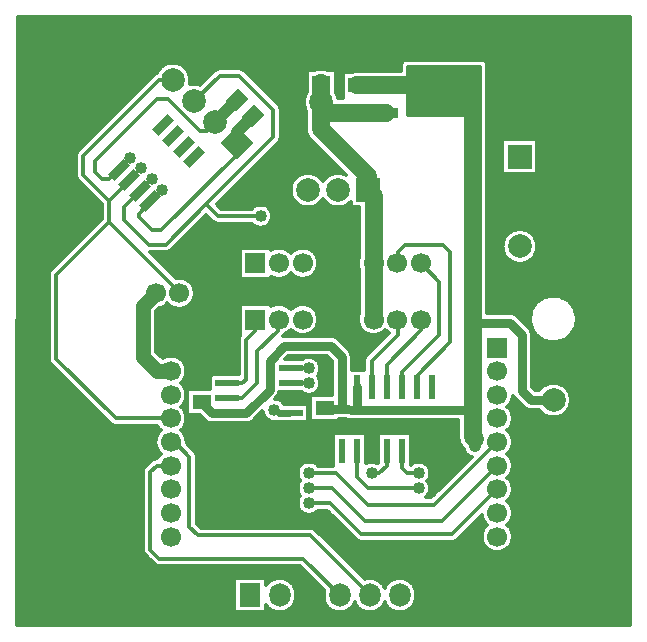
<source format=gbr>
G04 DipTrace 3.2.0.1*
G04 Top.gbr*
%MOIN*%
G04 #@! TF.FileFunction,Copper,L1,Top*
G04 #@! TF.Part,Single*
%AMOUTLINE0*
4,1,4,
-0.038974,-0.002784,
0.002784,0.038974,
0.038974,0.002784,
-0.002784,-0.038974,
-0.038974,-0.002784,
0*%
%AMOUTLINE3*
4,1,4,
0.013917,0.036191,
0.03619,0.013922,
-0.013917,-0.036191,
-0.03619,-0.013922,
0.013917,0.036191,
0*%
%AMOUTLINE6*
4,1,4,
0.000644,0.055674,
0.055674,-0.000644,
-0.000644,-0.055674,
-0.055674,0.000644,
0.000644,0.055674,
0*%
%AMOUTLINE9*
4,1,4,
-0.033465,0.033465,
0.033465,0.033465,
0.033465,-0.033465,
-0.033465,-0.033465,
-0.033465,0.033465,
0*%
G04 #@! TA.AperFunction,Conductor*
%ADD13C,0.012992*%
%ADD15C,0.06*%
%ADD16C,0.03*%
G04 #@! TA.AperFunction,ViaPad*
%ADD17C,0.04*%
G04 #@! TA.AperFunction,Conductor*
%ADD18C,0.05*%
G04 #@! TA.AperFunction,CopperBalancing*
%ADD19C,0.012008*%
%ADD20C,0.012*%
%ADD23R,0.059055X0.051181*%
G04 #@! TA.AperFunction,ComponentPad*
%ADD24R,0.07874X0.07874*%
%ADD25C,0.07874*%
%ADD29R,0.066929X0.066929*%
%ADD30C,0.066929*%
%ADD31R,0.070866X0.07874*%
%ADD32O,0.070866X0.07874*%
%ADD33C,0.07874*%
%ADD36R,0.07874X0.023622*%
%ADD37R,0.023622X0.07874*%
%ADD40R,0.084646X0.037402*%
%ADD41R,0.084646X0.127953*%
%ADD86OUTLINE0*%
%ADD89OUTLINE3*%
G04 #@! TA.AperFunction,ComponentPad*
%ADD92OUTLINE6*%
%ADD95OUTLINE9*%
%FSLAX26Y26*%
G04*
G70*
G90*
G75*
G01*
G04 Top*
%LPD*%
X1093816Y122822D2*
D13*
X972065Y244573D1*
X492565D1*
X462565Y274573D1*
Y532573D1*
X484114Y554121D1*
X531316D1*
X1250065Y816671D2*
Y891573D1*
X1363746Y1005254D1*
Y1041573D1*
X1300065Y816671D2*
Y866573D1*
X1425065Y991573D1*
Y1167754D1*
X1363746Y1229073D1*
X1200065Y816671D2*
Y904073D1*
X1287565Y991573D1*
Y1041573D1*
X1285006D1*
X1350065Y816671D2*
Y854073D1*
X1462565Y966573D1*
Y1266573D1*
X1437565Y1291573D1*
X1312565D1*
X1287565Y1266573D1*
Y1226513D1*
X1285006Y1229073D1*
X718716Y829073D2*
X768816D1*
X781316Y841573D1*
Y972823D1*
X812565Y1004073D1*
Y1041573D1*
X718716Y779073D2*
X768065D1*
X818565Y829573D1*
Y935071D1*
X887565Y1004071D1*
Y1037832D1*
X891305Y1041573D1*
X1400065Y604073D2*
X1350065D1*
Y660323D1*
X1331316Y679073D1*
X1292918D1*
X1218816D1*
X1211450Y671706D1*
X1200065Y660322D1*
Y604073D1*
X633565Y841573D2*
X637565D1*
D16*
X675065Y879073D1*
X718716D1*
X1152565Y1896573D2*
D15*
X1231565D1*
D13*
X1247565Y1912573D1*
X356315Y1541572D2*
X323245Y1508502D1*
X302329D1*
X277565Y1533265D1*
Y1568573D1*
X484565Y1775573D1*
X522315D1*
X627315Y1670573D1*
X650128D1*
X679060Y1699504D1*
X1031316Y1966573D2*
D15*
X1082565D1*
X1152565Y1896573D1*
X679060Y1699504D2*
D17*
X751147Y1772282D1*
X1043565Y671573D2*
D13*
X1004342D1*
X944565D1*
Y379073D1*
D16*
X1037565D1*
X1162565Y254073D1*
X1641065D1*
X1687565Y300573D1*
Y622573D1*
X1734353Y669360D1*
X1802853D1*
D13*
X1806315Y672822D1*
X1048786Y1041573D2*
D3*
D15*
Y1129073D1*
Y1229073D1*
D13*
D3*
Y1041573D2*
D15*
X1127526D1*
Y1229073D1*
X1048786D1*
X1250065Y679073D2*
D13*
X1292918D1*
X1250065D2*
X1204084D1*
X1211450Y671706D1*
X931315Y779073D2*
X968766D1*
X991305Y756533D1*
Y684609D1*
X1004342Y671573D1*
X944565D2*
X931565Y684573D1*
X607565D1*
X580565Y711573D1*
Y826108D1*
X597605Y843147D1*
X631991D1*
X633565Y841573D1*
X580565Y826108D2*
Y942864D1*
X573983Y949447D1*
X532941D1*
X531316Y947822D1*
X395565Y1580573D2*
X395316D1*
X356315Y1541572D1*
X1043565Y671573D2*
Y679073D1*
X1250065D1*
X1048786Y1229073D2*
D15*
Y1273352D1*
X887565Y1434573D1*
Y1472822D1*
Y1564573D1*
X947565Y1624573D1*
Y1936573D1*
X978565Y1967573D1*
X1030316D1*
D13*
X1031316Y1966573D1*
D15*
Y1905625D1*
D13*
X1032565Y1904376D1*
X718716Y879073D2*
Y1097723D1*
X750065Y1129073D1*
X1048786D1*
X637565D2*
X750065D1*
X1247565Y1731470D2*
D15*
X1031316D1*
D13*
Y1766573D1*
X1032565Y1829573D2*
D15*
Y1766573D1*
D13*
X1031316D1*
X1206266Y1041573D2*
D15*
Y1229073D1*
Y1454121D1*
X1187565Y1472822D1*
Y1519573D1*
X1029565Y1677573D1*
Y1764822D1*
D13*
X1031316Y1766573D1*
X1193816Y122822D2*
Y124889D1*
X996132Y322573D1*
X620565D1*
X592565Y350573D1*
Y583573D1*
X543277Y632861D1*
X531316D1*
X1356316Y529073D2*
X1318816D1*
X1300065Y547823D1*
Y604073D1*
X1043565Y746376D2*
Y742573D1*
D16*
X1100065D1*
Y816671D1*
X718716Y729073D2*
X781316D1*
X859565Y807322D1*
Y904573D1*
X908565Y953573D1*
X1063565D1*
X1100065Y917073D1*
Y816671D1*
X633565Y766769D2*
D13*
Y764322D1*
D16*
X668815Y729073D1*
X718716D1*
X1152565Y1821769D2*
D15*
X1247313D1*
D13*
X1247565Y1822021D1*
X462388Y1435513D2*
X465560D1*
X424376Y1394328D1*
Y1382517D1*
X467683Y1339210D1*
X499180D1*
X747211Y1587242D1*
Y1629058D1*
X750066D1*
X1247565Y1822021D2*
D15*
X1378565D1*
Y1747573D1*
X1346565D1*
X750066Y1629058D2*
D17*
Y1665413D1*
X804041Y1719388D1*
X480085Y1129073D2*
D18*
X437565Y1086553D1*
Y916573D1*
X485056Y869082D1*
X531316D1*
X501565Y1474573D2*
D13*
X462388Y1435513D1*
X1405565Y1747573D2*
D15*
X1346565D1*
X1544565Y671573D2*
D17*
Y641908D1*
Y619573D1*
X1378565Y1822021D2*
D15*
X1475912D1*
X1537565D1*
Y1029073D1*
Y741573D1*
Y648908D1*
X1544565Y641908D1*
X1806315Y772822D2*
D16*
X1731316D1*
X1700065Y804073D1*
Y991573D1*
X1662565Y1029073D1*
X1537565D1*
X1150065Y816671D2*
Y741573D1*
X1537565D1*
X1100065Y742573D2*
X1150065Y741573D1*
X1200065Y529073D2*
D13*
X1225065D1*
X1250065Y554073D1*
Y604073D1*
X990565Y878573D2*
X931815D1*
X931315Y879073D1*
X391673Y1506219D2*
X395962D1*
X325441Y1435697D1*
X239337Y1521801D1*
Y1587242D1*
X491305Y1839210D1*
X543816D1*
Y1847135D1*
X537050Y1840369D1*
X430565Y1545573D2*
Y1545111D1*
X391673Y1506219D1*
X558825Y1129073D2*
X562565D1*
X325441Y1366197D1*
Y1435697D1*
X531316Y711601D2*
X346536D1*
X148565Y909573D1*
Y1189322D1*
X325441Y1366197D1*
X874565Y739573D2*
X889565Y724573D1*
X926815D1*
X931315Y729073D1*
X990565Y829573D2*
X931815D1*
X931315Y829073D1*
X1356315Y479073D2*
X1188065D1*
X1150065Y517073D1*
Y604073D1*
X427031Y1470866D2*
X429360D1*
X374565Y1416071D1*
Y1374573D1*
X457565Y1291573D1*
X514565D1*
X648120Y1425128D1*
X871565Y1648573D1*
Y1740573D1*
X758565Y1853573D1*
X693316D1*
X618816Y1779073D1*
X617206D1*
X608066Y1769933D1*
X466565Y1509573D2*
X465737D1*
X427031Y1470866D1*
X829888Y1386454D2*
X686794D1*
X648120Y1425128D1*
X991565Y529573D2*
X1080816D1*
X1186816Y423573D1*
X1409526D1*
X1618815Y632861D1*
X991565Y479573D2*
X1068315D1*
X1177315Y370573D1*
X1435266D1*
X1618815Y554121D1*
X991565Y429573D2*
X1062064D1*
X1166064Y325573D1*
X1469006D1*
X1618815Y475381D1*
D17*
X990565Y878573D3*
Y829573D3*
X874565Y739573D3*
X1356316Y529073D3*
X1250065Y679073D3*
X991565Y529573D3*
Y479573D3*
X1346565Y1747573D3*
X1544565Y619573D3*
Y671573D3*
X1356315Y479073D3*
X1200065Y529073D3*
X991565Y429573D3*
X395565Y1580573D3*
X430565Y1545573D3*
X466565Y1509573D3*
X501565Y1474573D3*
X1405565Y1747573D3*
X829888Y1386454D3*
X23745Y2037692D2*
D19*
X2059352D1*
X23722Y2025815D2*
X2059352D1*
X23698Y2013939D2*
X2059352D1*
X23675Y2002062D2*
X2059352D1*
X23652Y1990185D2*
X2059352D1*
X23628Y1978309D2*
X2059352D1*
X23605Y1966432D2*
X2059352D1*
X23581Y1954555D2*
X2059352D1*
X23558Y1942679D2*
X2059352D1*
X23534Y1930802D2*
X2059352D1*
X23511Y1918926D2*
X2059352D1*
X23487Y1907049D2*
X1313597D1*
X1569525D2*
X2059352D1*
X23464Y1895172D2*
X517278D1*
X556806D2*
X1297087D1*
X1586035D2*
X2059352D1*
X23440Y1883296D2*
X497062D1*
X577046D2*
X1295914D1*
X1587255D2*
X2059352D1*
X23417Y1871419D2*
X487024D1*
X587083D2*
X674624D1*
X777263D2*
X983334D1*
X1081775D2*
X1295961D1*
X1587255D2*
X2059352D1*
X23394Y1859542D2*
X475579D1*
X592853D2*
X662757D1*
X789130D2*
X983334D1*
X1081775D2*
X1103342D1*
X1587255D2*
X2059352D1*
X23370Y1847666D2*
X463219D1*
X595644D2*
X650866D1*
X801021D2*
X983334D1*
X1081775D2*
X1103342D1*
X1587255D2*
X2059352D1*
X23347Y1835789D2*
X451352D1*
X595925D2*
X638999D1*
X812888D2*
X983264D1*
X1081869D2*
X1103342D1*
X1587255D2*
X2059352D1*
X23323Y1823912D2*
X439462D1*
X824755D2*
X982865D1*
X1082268D2*
X1102920D1*
X1587255D2*
X2059352D1*
X23300Y1812036D2*
X427595D1*
X836646D2*
X982865D1*
X1082268D2*
X1103342D1*
X1587255D2*
X2059352D1*
X23276Y1800159D2*
X415704D1*
X848513D2*
X982865D1*
X1082268D2*
X1103342D1*
X1587255D2*
X2059352D1*
X23253Y1788283D2*
X403837D1*
X860403D2*
X976486D1*
X1086161D2*
X1103342D1*
X1587255D2*
X2059352D1*
X23229Y1776406D2*
X391970D1*
X872270D2*
X973085D1*
X1587255D2*
X2059352D1*
X23206Y1764529D2*
X380079D1*
X884138D2*
X972288D1*
X1587255D2*
X2059352D1*
X23182Y1752653D2*
X368212D1*
X894645D2*
X973953D1*
X1587255D2*
X2059352D1*
X23159Y1740776D2*
X356321D1*
X897764D2*
X978315D1*
X1587255D2*
X2059352D1*
X23136Y1728899D2*
X344454D1*
X897764D2*
X979863D1*
X1587255D2*
X2059352D1*
X23112Y1717023D2*
X332587D1*
X897764D2*
X979863D1*
X1587255D2*
X2059352D1*
X23089Y1705146D2*
X320696D1*
X897764D2*
X979863D1*
X1587255D2*
X2059352D1*
X23065Y1693269D2*
X308829D1*
X897764D2*
X979863D1*
X1587255D2*
X2059352D1*
X23042Y1681393D2*
X296939D1*
X897764D2*
X979863D1*
X1587255D2*
X2059352D1*
X23018Y1669516D2*
X285071D1*
X897764D2*
X980543D1*
X1587255D2*
X2059352D1*
X22995Y1657639D2*
X273204D1*
X897764D2*
X984155D1*
X1587255D2*
X2059352D1*
X22971Y1645763D2*
X261314D1*
X897600D2*
X991754D1*
X1587255D2*
X2059352D1*
X22948Y1633886D2*
X249446D1*
X892979D2*
X1003480D1*
X1587255D2*
X1634996D1*
X1753114D2*
X2059352D1*
X22924Y1622010D2*
X237556D1*
X881534D2*
X1015347D1*
X1587255D2*
X1634996D1*
X1753114D2*
X2059352D1*
X22901Y1610133D2*
X225689D1*
X869667D2*
X1027214D1*
X1587255D2*
X1634996D1*
X1753114D2*
X2059352D1*
X22878Y1598256D2*
X215698D1*
X857800D2*
X1039105D1*
X1587255D2*
X1634996D1*
X1753114D2*
X2059352D1*
X22854Y1586380D2*
X213141D1*
X845909D2*
X1050972D1*
X1587255D2*
X1634996D1*
X1753114D2*
X2059352D1*
X22831Y1574503D2*
X213141D1*
X834042D2*
X1062863D1*
X1587255D2*
X1634996D1*
X1753114D2*
X2059352D1*
X22807Y1562626D2*
X213141D1*
X822152D2*
X1074730D1*
X1587255D2*
X1634996D1*
X1753114D2*
X2059352D1*
X22784Y1550750D2*
X213141D1*
X810285D2*
X1086620D1*
X1587255D2*
X1634996D1*
X1753114D2*
X2059352D1*
X22760Y1538873D2*
X213141D1*
X798394D2*
X1098488D1*
X1587255D2*
X1634996D1*
X1753114D2*
X2059352D1*
X22737Y1526996D2*
X213141D1*
X786527D2*
X966049D1*
X1009095D2*
X1066029D1*
X1587255D2*
X1634996D1*
X1753114D2*
X2059352D1*
X22713Y1515120D2*
X214056D1*
X774660D2*
X946888D1*
X1028256D2*
X1046891D1*
X1587255D2*
X2059352D1*
X22690Y1503243D2*
X221350D1*
X762769D2*
X937155D1*
X1587255D2*
X2059352D1*
X22666Y1491367D2*
X233241D1*
X750902D2*
X931550D1*
X1587255D2*
X2059352D1*
X22643Y1479490D2*
X245108D1*
X739011D2*
X928876D1*
X1587255D2*
X2059352D1*
X22620Y1467613D2*
X256975D1*
X727144D2*
X928736D1*
X1587255D2*
X2059352D1*
X22596Y1455737D2*
X268865D1*
X715277D2*
X931081D1*
X1587255D2*
X2059352D1*
X22573Y1443860D2*
X280733D1*
X703386D2*
X936264D1*
X1587255D2*
X2059352D1*
X22549Y1431983D2*
X292623D1*
X691519D2*
X945364D1*
X1029757D2*
X1045367D1*
X1587255D2*
X2059352D1*
X22526Y1420107D2*
X299260D1*
X689690D2*
X809994D1*
X849779D2*
X962508D1*
X1012613D2*
X1062511D1*
X1112616D2*
X1128507D1*
X1587255D2*
X2059352D1*
X22502Y1408230D2*
X299260D1*
X862819D2*
X1156580D1*
X1587255D2*
X2059352D1*
X22479Y1396353D2*
X299260D1*
X868283D2*
X1156580D1*
X1587255D2*
X2059352D1*
X22455Y1384477D2*
X299260D1*
X644004D2*
X652226D1*
X869526D2*
X1156580D1*
X1587255D2*
X2059352D1*
X22432Y1372600D2*
X295297D1*
X632136D2*
X664117D1*
X866994D2*
X1156580D1*
X1587255D2*
X2059352D1*
X22409Y1360723D2*
X283430D1*
X620246D2*
X800050D1*
X859723D2*
X1156580D1*
X1587255D2*
X2059352D1*
X22385Y1348847D2*
X271539D1*
X608379D2*
X820477D1*
X839296D2*
X1156580D1*
X1587255D2*
X2059352D1*
X22362Y1336970D2*
X259672D1*
X596512D2*
X1156580D1*
X1587255D2*
X1667267D1*
X1720866D2*
X2059352D1*
X22338Y1325094D2*
X247805D1*
X584621D2*
X1156580D1*
X1587255D2*
X1651061D1*
X1737048D2*
X2059352D1*
X22315Y1313217D2*
X235914D1*
X572754D2*
X1156580D1*
X1587255D2*
X1642313D1*
X1745820D2*
X2059352D1*
X22291Y1301340D2*
X224047D1*
X560863D2*
X1156580D1*
X1587255D2*
X1637341D1*
X1750792D2*
X2059352D1*
X22268Y1289464D2*
X212156D1*
X548996D2*
X1156580D1*
X1587255D2*
X1635160D1*
X1752950D2*
X2059352D1*
X22244Y1277587D2*
X200289D1*
X537129D2*
X759406D1*
X865727D2*
X871511D1*
X911108D2*
X950242D1*
X989840D2*
X1156580D1*
X1587255D2*
X1635488D1*
X1752645D2*
X2059352D1*
X22221Y1265710D2*
X188422D1*
X462478D2*
X759406D1*
X1008086D2*
X1156580D1*
X1587255D2*
X1638326D1*
X1749783D2*
X2059352D1*
X22197Y1253834D2*
X176531D1*
X474345D2*
X759406D1*
X1016928D2*
X1156580D1*
X1587255D2*
X1644166D1*
X1743967D2*
X2059352D1*
X22174Y1241957D2*
X164664D1*
X486213D2*
X759406D1*
X1021572D2*
X1154728D1*
X1587255D2*
X1654274D1*
X1733835D2*
X2059352D1*
X22151Y1230080D2*
X152774D1*
X498103D2*
X759406D1*
X1023190D2*
X1153109D1*
X1587255D2*
X1674866D1*
X1713244D2*
X2059352D1*
X22127Y1218204D2*
X140907D1*
X509970D2*
X759406D1*
X1022064D2*
X1154259D1*
X1587255D2*
X2059352D1*
X22104Y1206327D2*
X129063D1*
X521861D2*
X759406D1*
X1017960D2*
X1156580D1*
X1587255D2*
X2059352D1*
X22080Y1194450D2*
X122918D1*
X533728D2*
X759406D1*
X1009986D2*
X1156580D1*
X1587255D2*
X2059352D1*
X22057Y1182574D2*
X122379D1*
X545595D2*
X759406D1*
X915682D2*
X945669D1*
X994437D2*
X1156580D1*
X1587255D2*
X2059352D1*
X22033Y1170697D2*
X122379D1*
X591117D2*
X1156580D1*
X1587255D2*
X2059352D1*
X22010Y1158821D2*
X122379D1*
X602633D2*
X1156580D1*
X1587255D2*
X2059352D1*
X21986Y1146944D2*
X122379D1*
X608801D2*
X1156580D1*
X1587255D2*
X2059352D1*
X21963Y1135067D2*
X122379D1*
X611639D2*
X1156580D1*
X1587255D2*
X2059352D1*
X21939Y1123191D2*
X122379D1*
X611639D2*
X1156580D1*
X1587255D2*
X2059352D1*
X21916Y1111314D2*
X122379D1*
X608848D2*
X1156580D1*
X1587255D2*
X1767270D1*
X1844486D2*
X2059352D1*
X21893Y1099437D2*
X122379D1*
X602703D2*
X1156580D1*
X1587255D2*
X1751087D1*
X1860669D2*
X2059352D1*
X21869Y1087561D2*
X122379D1*
X512527D2*
X526378D1*
X591282D2*
X759406D1*
X916690D2*
X944660D1*
X995422D2*
X1156580D1*
X1587255D2*
X1740932D1*
X1870800D2*
X2059352D1*
X21846Y1075684D2*
X122379D1*
X489402D2*
X759406D1*
X1010431D2*
X1156580D1*
X1587255D2*
X1734178D1*
X1877578D2*
X2059352D1*
X21822Y1063807D2*
X122379D1*
X482249D2*
X759406D1*
X1018194D2*
X1156580D1*
X1587255D2*
X1729863D1*
X1881893D2*
X2059352D1*
X21799Y1051931D2*
X122379D1*
X482249D2*
X759406D1*
X1022158D2*
X1154141D1*
X1688266D2*
X1727588D1*
X1884145D2*
X2059352D1*
X21775Y1040054D2*
X122379D1*
X482249D2*
X759406D1*
X1023190D2*
X1153133D1*
X1700157D2*
X1727189D1*
X1884544D2*
X2059352D1*
X21752Y1028178D2*
X122379D1*
X482249D2*
X759406D1*
X1021454D2*
X1154868D1*
X1712024D2*
X1728620D1*
X1883113D2*
X2059352D1*
X21728Y1016301D2*
X122379D1*
X482249D2*
X759406D1*
X1016646D2*
X1159676D1*
X1723891D2*
X1731997D1*
X1879736D2*
X2059352D1*
X21705Y1004424D2*
X122379D1*
X482249D2*
X759406D1*
X928839D2*
X932526D1*
X1007570D2*
X1168729D1*
X1243788D2*
X1247473D1*
X1732194D2*
X1737634D1*
X1874131D2*
X2059352D1*
X21681Y992548D2*
X122379D1*
X482249D2*
X759406D1*
X910944D2*
X951649D1*
X988456D2*
X1187866D1*
X1224673D2*
X1252010D1*
X1734750D2*
X1746115D1*
X1865641D2*
X2059352D1*
X21658Y980671D2*
X122379D1*
X482249D2*
X756380D1*
X1084449D2*
X1240120D1*
X1734750D2*
X1759061D1*
X1852695D2*
X2059352D1*
X21635Y968794D2*
X122379D1*
X482249D2*
X755137D1*
X1096902D2*
X1228252D1*
X1734750D2*
X1783452D1*
X1828280D2*
X2059352D1*
X21611Y956918D2*
X122379D1*
X482249D2*
X755137D1*
X1108793D2*
X1216362D1*
X1734750D2*
X2059352D1*
X21588Y945041D2*
X122379D1*
X482249D2*
X755137D1*
X1120660D2*
X1204495D1*
X1734750D2*
X2059352D1*
X21564Y933164D2*
X122379D1*
X483680D2*
X755137D1*
X1130651D2*
X1192627D1*
X1734750D2*
X2059352D1*
X21541Y921288D2*
X122379D1*
X495547D2*
X755137D1*
X1134497D2*
X1180760D1*
X1734750D2*
X2059352D1*
X21517Y909411D2*
X122379D1*
X565272D2*
X755137D1*
X912961D2*
X966331D1*
X1014794D2*
X1059157D1*
X1134755D2*
X1174451D1*
X1734750D2*
X2059352D1*
X21494Y897534D2*
X125475D1*
X575990D2*
X755137D1*
X1025254D2*
X1065372D1*
X1134755D2*
X1173865D1*
X1734750D2*
X2059352D1*
X21470Y885658D2*
X135935D1*
X581760D2*
X755137D1*
X1029592D2*
X1065372D1*
X1134755D2*
X1173865D1*
X1734750D2*
X2059352D1*
X21447Y873781D2*
X147825D1*
X584269D2*
X755137D1*
X1029968D2*
X1065372D1*
X1734750D2*
X2059352D1*
X21423Y861905D2*
X159692D1*
X583964D2*
X755137D1*
X1026473D2*
X1065372D1*
X1734750D2*
X2059352D1*
X21400Y850028D2*
X171559D1*
X580845D2*
X659661D1*
X1024362D2*
X1065372D1*
X1734750D2*
X2059352D1*
X21377Y838151D2*
X183450D1*
X574255D2*
X659661D1*
X1029288D2*
X1065372D1*
X1734750D2*
X2059352D1*
X21353Y826275D2*
X195317D1*
X570033D2*
X659661D1*
X1030108D2*
X1065372D1*
X1734750D2*
X1782960D1*
X1829664D2*
X2059352D1*
X21330Y814398D2*
X207208D1*
X578570D2*
X659661D1*
X1027130D2*
X1065372D1*
X1738315D2*
X1764878D1*
X1847770D2*
X2059352D1*
X21306Y802521D2*
X219075D1*
X1019156D2*
X1065372D1*
X1857174D2*
X2059352D1*
X21283Y790645D2*
X230942D1*
X889813D2*
X1065372D1*
X1862568D2*
X2059352D1*
X21259Y778768D2*
X242833D1*
X879588D2*
X994333D1*
X1670677D2*
X1676812D1*
X1865078D2*
X2059352D1*
X21236Y766891D2*
X254700D1*
X578875D2*
X584331D1*
X902876D2*
X994333D1*
X1666385D2*
X1688679D1*
X1865078D2*
X2059352D1*
X21212Y755015D2*
X266591D1*
X570620D2*
X584354D1*
X990379D2*
X994332D1*
X1658106D2*
X1700546D1*
X1862568D2*
X2059352D1*
X21189Y743138D2*
X278458D1*
X573809D2*
X584354D1*
X990379D2*
X994332D1*
X1661296D2*
X1714595D1*
X1857174D2*
X2059352D1*
X21166Y731262D2*
X290348D1*
X580610D2*
X584335D1*
X832072D2*
X835769D1*
X990379D2*
X994332D1*
X1668120D2*
X1764854D1*
X1847770D2*
X2059352D1*
X21142Y719385D2*
X302215D1*
X583894D2*
X629946D1*
X820205D2*
X840600D1*
X990379D2*
X994332D1*
X1671380D2*
X1782913D1*
X1829711D2*
X2059352D1*
X21119Y707508D2*
X314083D1*
X584316D2*
X641813D1*
X808314D2*
X852068D1*
X990379D2*
X994332D1*
X1092774D2*
X1487876D1*
X1671803D2*
X2059352D1*
X21095Y695632D2*
X325973D1*
X581947D2*
X665759D1*
X784369D2*
X1487876D1*
X1669457D2*
X2059352D1*
X21072Y683755D2*
X486250D1*
X576389D2*
X1487876D1*
X1663876D2*
X2059352D1*
X21048Y671878D2*
X495795D1*
X566820D2*
X1487876D1*
X1654330D2*
X2059352D1*
X21025Y660002D2*
X485805D1*
X576811D2*
X1068562D1*
X1181567D2*
X1218566D1*
X1331572D2*
X1487876D1*
X1664321D2*
X2059352D1*
X21001Y648125D2*
X480457D1*
X582182D2*
X1068562D1*
X1181567D2*
X1218566D1*
X1331572D2*
X1487876D1*
X1669668D2*
X2059352D1*
X20978Y636248D2*
X478276D1*
X584363D2*
X1068562D1*
X1181567D2*
X1218566D1*
X1331572D2*
X1489564D1*
X1671873D2*
X2059352D1*
X20954Y624372D2*
X478863D1*
X588303D2*
X1068562D1*
X1181567D2*
X1218566D1*
X1331572D2*
X1494536D1*
X1671263D2*
X2059352D1*
X20931Y612495D2*
X482310D1*
X600194D2*
X1068562D1*
X1181567D2*
X1218566D1*
X1331572D2*
X1504199D1*
X1667816D2*
X2059352D1*
X20908Y600618D2*
X489369D1*
X612037D2*
X1068562D1*
X1181567D2*
X1218566D1*
X1331572D2*
X1509851D1*
X1660756D2*
X2059352D1*
X20884Y588742D2*
X491363D1*
X618205D2*
X1068562D1*
X1181567D2*
X1218566D1*
X1331572D2*
X1520311D1*
X1658763D2*
X2059352D1*
X20861Y576865D2*
X472554D1*
X618745D2*
X1068562D1*
X1181567D2*
X1218566D1*
X1331572D2*
X1526268D1*
X1666737D2*
X2059352D1*
X20837Y564989D2*
X458435D1*
X618745D2*
X975290D1*
X1007852D2*
X1068562D1*
X1331572D2*
X1341272D1*
X1371371D2*
X1514401D1*
X1670818D2*
X2059352D1*
X20814Y553112D2*
X446568D1*
X618745D2*
X959905D1*
X1387577D2*
X1502534D1*
X1671967D2*
X2059352D1*
X20790Y541235D2*
X437937D1*
X618745D2*
X953689D1*
X1394027D2*
X1490643D1*
X1670348D2*
X2059352D1*
X20767Y529359D2*
X436366D1*
X618745D2*
X951884D1*
X1395997D2*
X1478776D1*
X1665681D2*
X2059352D1*
X20743Y517482D2*
X436366D1*
X618745D2*
X953830D1*
X1394214D2*
X1466885D1*
X1656863D2*
X2059352D1*
X20720Y505605D2*
X436366D1*
X618745D2*
X960233D1*
X1388023D2*
X1455018D1*
X1662281D2*
X2059352D1*
X20696Y493729D2*
X436366D1*
X618745D2*
X954581D1*
X1393112D2*
X1443151D1*
X1668613D2*
X2059352D1*
X20673Y481852D2*
X436366D1*
X618745D2*
X951931D1*
X1395903D2*
X1431260D1*
X1671568D2*
X2059352D1*
X20650Y469975D2*
X436366D1*
X618745D2*
X953080D1*
X1394918D2*
X1419393D1*
X1671685D2*
X2059352D1*
X20626Y458099D2*
X436366D1*
X618745D2*
X958427D1*
X1389782D2*
X1407503D1*
X1669012D2*
X2059352D1*
X20603Y446222D2*
X436366D1*
X618745D2*
X955660D1*
X1663008D2*
X2059352D1*
X20579Y434346D2*
X436366D1*
X618745D2*
X952165D1*
X1655761D2*
X2059352D1*
X20556Y422469D2*
X436366D1*
X618745D2*
X952540D1*
X1665095D2*
X2059352D1*
X20532Y410592D2*
X436366D1*
X618745D2*
X956879D1*
X1670067D2*
X2059352D1*
X20509Y398716D2*
X436366D1*
X618745D2*
X967363D1*
X1015779D2*
X1056390D1*
X1671920D2*
X2059352D1*
X20485Y386839D2*
X436366D1*
X618745D2*
X1068257D1*
X1671029D2*
X2059352D1*
X20462Y374962D2*
X436366D1*
X618745D2*
X1080124D1*
X1554937D2*
X1570406D1*
X1667229D2*
X2059352D1*
X20438Y363086D2*
X436366D1*
X618745D2*
X1092015D1*
X1543070D2*
X1577935D1*
X1659677D2*
X2059352D1*
X20415Y351209D2*
X436366D1*
X628478D2*
X1103882D1*
X1531179D2*
X1577747D1*
X1659889D2*
X2059352D1*
X20392Y339332D2*
X436366D1*
X1015919D2*
X1115772D1*
X1519312D2*
X1570289D1*
X1667347D2*
X2059352D1*
X20368Y327456D2*
X436366D1*
X1027787D2*
X1127639D1*
X1507421D2*
X1566537D1*
X1671076D2*
X2059352D1*
X20345Y315579D2*
X436366D1*
X1039654D2*
X1139507D1*
X1495554D2*
X1565716D1*
X1671920D2*
X2059352D1*
X20321Y303702D2*
X436366D1*
X1051544D2*
X1152781D1*
X1482303D2*
X1567639D1*
X1669997D2*
X2059352D1*
X20298Y291826D2*
X436366D1*
X1063411D2*
X1572681D1*
X1664954D2*
X2059352D1*
X20274Y279949D2*
X436366D1*
X1075302D2*
X1582133D1*
X1655503D2*
X2059352D1*
X20251Y268073D2*
X437234D1*
X1087169D2*
X1602889D1*
X1634724D2*
X2059352D1*
X20227Y256196D2*
X444410D1*
X1099060D2*
X2059352D1*
X20204Y244319D2*
X456277D1*
X1110927D2*
X2059352D1*
X20180Y232443D2*
X468145D1*
X1122794D2*
X2059352D1*
X20157Y220566D2*
X484421D1*
X1134685D2*
X2059352D1*
X20134Y208689D2*
X971420D1*
X1146552D2*
X2059352D1*
X20134Y196813D2*
X983287D1*
X1158443D2*
X2059352D1*
X20110Y184936D2*
X995154D1*
X1170310D2*
X2059352D1*
X20087Y173059D2*
X738697D1*
X848935D2*
X864967D1*
X922671D2*
X1007045D1*
X1222656D2*
X1264980D1*
X1322660D2*
X2059352D1*
X20063Y161183D2*
X738697D1*
X936531D2*
X1018912D1*
X1236517D2*
X1251095D1*
X1336520D2*
X2059352D1*
X20040Y149306D2*
X738697D1*
X944013D2*
X1030803D1*
X1344002D2*
X2059352D1*
X20016Y137429D2*
X738697D1*
X947883D2*
X1039762D1*
X1347871D2*
X2059352D1*
X19993Y125553D2*
X738697D1*
X948938D2*
X1038683D1*
X1348950D2*
X2059352D1*
X19969Y113676D2*
X738697D1*
X948680D2*
X1038941D1*
X1348692D2*
X2059352D1*
X19946Y101800D2*
X738697D1*
X946171D2*
X1041474D1*
X1346159D2*
X2059352D1*
X19923Y89923D2*
X738697D1*
X940495D2*
X1047126D1*
X1140501D2*
X1147129D1*
X1240504D2*
X1247133D1*
X1340507D2*
X2059352D1*
X19899Y78046D2*
X738697D1*
X848935D2*
X857408D1*
X930223D2*
X1057398D1*
X1130229D2*
X1157401D1*
X1230232D2*
X1257404D1*
X1330235D2*
X2059352D1*
X19876Y66170D2*
X738697D1*
X848935D2*
X881267D1*
X906371D2*
X1081250D1*
X1106377D2*
X1181253D1*
X1206380D2*
X1281256D1*
X1306383D2*
X2059352D1*
X19852Y54293D2*
X2059352D1*
X19829Y42416D2*
X2059352D1*
X19805Y30540D2*
X2059352D1*
X990550Y1873655D2*
X1012384D1*
X1017580Y1875691D1*
X1024979Y1877468D1*
X1032565Y1878065D1*
X1040151Y1877468D1*
X1047550Y1875691D1*
X1052676Y1873657D1*
X1080585Y1873655D1*
Y1836342D1*
X1081057Y1829573D1*
Y1796152D1*
X1084774Y1788715D1*
X1086346Y1784453D1*
X1087604Y1779958D1*
X1104559Y1779962D1*
X1104546Y1815000D1*
X1104073Y1821769D1*
X1104546Y1828307D1*
Y1865852D1*
X1132384D1*
X1137580Y1867888D1*
X1144979Y1869665D1*
X1152565Y1870262D1*
X1243761Y1870364D1*
X1259573Y1870514D1*
X1297168D1*
X1297130Y1890023D1*
X1297584Y1892889D1*
X1298481Y1895649D1*
X1299798Y1898235D1*
X1301504Y1900582D1*
X1303556Y1902634D1*
X1305903Y1904340D1*
X1308489Y1905657D1*
X1311248Y1906554D1*
X1314114Y1907008D1*
X1375605Y1907065D1*
X1569016Y1907008D1*
X1571882Y1906554D1*
X1574642Y1905657D1*
X1577227Y1904340D1*
X1579575Y1902634D1*
X1581627Y1900582D1*
X1583333Y1898235D1*
X1584650Y1895649D1*
X1585547Y1892889D1*
X1586001Y1890023D1*
X1586058Y1828533D1*
Y1062547D1*
X1665193Y1062461D1*
X1670384Y1061639D1*
X1675382Y1060015D1*
X1680065Y1057629D1*
X1684317Y1054540D1*
X1698984Y1040019D1*
X1725533Y1013324D1*
X1728622Y1009072D1*
X1731008Y1004389D1*
X1732632Y999391D1*
X1733454Y994200D1*
X1733557Y973561D1*
Y817951D1*
X1745191Y806312D1*
X1759108Y806314D1*
X1762316Y810400D1*
X1765400Y813737D1*
X1768736Y816821D1*
X1772304Y819633D1*
X1776082Y822158D1*
X1780046Y824377D1*
X1784172Y826280D1*
X1788434Y827852D1*
X1792807Y829085D1*
X1797263Y829972D1*
X1801775Y830506D1*
X1806315Y830684D1*
X1810854Y830506D1*
X1815366Y829972D1*
X1819822Y829085D1*
X1824195Y827852D1*
X1828458Y826280D1*
X1832584Y824377D1*
X1836548Y822158D1*
X1840325Y819633D1*
X1843893Y816821D1*
X1847229Y813737D1*
X1850313Y810400D1*
X1853126Y806832D1*
X1855650Y803055D1*
X1857870Y799091D1*
X1859772Y794965D1*
X1861345Y790702D1*
X1862578Y786330D1*
X1863465Y781874D1*
X1863999Y777362D1*
X1864177Y772822D1*
X1863999Y768282D1*
X1863465Y763770D1*
X1862578Y759314D1*
X1861345Y754941D1*
X1859772Y750679D1*
X1857870Y746553D1*
X1855650Y742589D1*
X1853126Y738811D1*
X1850313Y735243D1*
X1847229Y731907D1*
X1843893Y728823D1*
X1840325Y726010D1*
X1836548Y723486D1*
X1832584Y721266D1*
X1828458Y719364D1*
X1824195Y717792D1*
X1819822Y716558D1*
X1815366Y715672D1*
X1810854Y715138D1*
X1806315Y714960D1*
X1801775Y715138D1*
X1797263Y715672D1*
X1792807Y716558D1*
X1788434Y717792D1*
X1784172Y719364D1*
X1780046Y721266D1*
X1776082Y723486D1*
X1772304Y726010D1*
X1768736Y728823D1*
X1765400Y731907D1*
X1762316Y735243D1*
X1759158Y739328D1*
X1728688Y739433D1*
X1723497Y740255D1*
X1718499Y741879D1*
X1713816Y744265D1*
X1709565Y747354D1*
X1694897Y761876D1*
X1674598Y782321D1*
X1671504Y786582D1*
X1670611Y786265D1*
X1670132Y782214D1*
X1669336Y778213D1*
X1668228Y774286D1*
X1666816Y770459D1*
X1665108Y766754D1*
X1663115Y763194D1*
X1660849Y759802D1*
X1658323Y756598D1*
X1655554Y753603D1*
X1652710Y750974D1*
X1655554Y748340D1*
X1658323Y745345D1*
X1660849Y742141D1*
X1663115Y738749D1*
X1665108Y735189D1*
X1666816Y731484D1*
X1668228Y727657D1*
X1669336Y723730D1*
X1670132Y719729D1*
X1670611Y715678D1*
X1670771Y711601D1*
X1670611Y707525D1*
X1670132Y703474D1*
X1669336Y699472D1*
X1668228Y695546D1*
X1666816Y691718D1*
X1665108Y688014D1*
X1663115Y684454D1*
X1660849Y681062D1*
X1658323Y677858D1*
X1655554Y674862D1*
X1652710Y672234D1*
X1655554Y669600D1*
X1658323Y666604D1*
X1660849Y663401D1*
X1663115Y660009D1*
X1665108Y656449D1*
X1666816Y652744D1*
X1668228Y648917D1*
X1669336Y644990D1*
X1670132Y640989D1*
X1670611Y636938D1*
X1670771Y632861D1*
X1670611Y628785D1*
X1670132Y624733D1*
X1669336Y620732D1*
X1668228Y616806D1*
X1666816Y612978D1*
X1665108Y609273D1*
X1663115Y605714D1*
X1660849Y602322D1*
X1658323Y599118D1*
X1655554Y596122D1*
X1652710Y593494D1*
X1655554Y590860D1*
X1658323Y587864D1*
X1660849Y584660D1*
X1663115Y581268D1*
X1665108Y577709D1*
X1666816Y574004D1*
X1668228Y570177D1*
X1669336Y566250D1*
X1670132Y562249D1*
X1670611Y558198D1*
X1670771Y554121D1*
X1670611Y550045D1*
X1670132Y545993D1*
X1669336Y541992D1*
X1668228Y538066D1*
X1666816Y534238D1*
X1665108Y530533D1*
X1663115Y526974D1*
X1660849Y523582D1*
X1658323Y520378D1*
X1655554Y517382D1*
X1652710Y514754D1*
X1655554Y512120D1*
X1658323Y509124D1*
X1660849Y505920D1*
X1663115Y502528D1*
X1665108Y498969D1*
X1666816Y495264D1*
X1668228Y491436D1*
X1669336Y487510D1*
X1670132Y483509D1*
X1670611Y479457D1*
X1670771Y475381D1*
X1670611Y471304D1*
X1670132Y467253D1*
X1669336Y463252D1*
X1668228Y459325D1*
X1666816Y455498D1*
X1665108Y451793D1*
X1663115Y448234D1*
X1660849Y444842D1*
X1658323Y441638D1*
X1655554Y438642D1*
X1652710Y436013D1*
X1655554Y433380D1*
X1658323Y430384D1*
X1660849Y427180D1*
X1663115Y423788D1*
X1665108Y420229D1*
X1666816Y416524D1*
X1668228Y412696D1*
X1669336Y408770D1*
X1670132Y404769D1*
X1670611Y400717D1*
X1670771Y396641D1*
X1670611Y392564D1*
X1670132Y388513D1*
X1669336Y384512D1*
X1668228Y380585D1*
X1666816Y376758D1*
X1665108Y373053D1*
X1663115Y369493D1*
X1660849Y366101D1*
X1658323Y362898D1*
X1655554Y359902D1*
X1652710Y357273D1*
X1655554Y354640D1*
X1658323Y351644D1*
X1660849Y348440D1*
X1663115Y345048D1*
X1665108Y341488D1*
X1666816Y337784D1*
X1668228Y333956D1*
X1669336Y330030D1*
X1670132Y326028D1*
X1670611Y321977D1*
X1670771Y317901D1*
X1670611Y313824D1*
X1670132Y309773D1*
X1669336Y305772D1*
X1668228Y301845D1*
X1666816Y298018D1*
X1665108Y294313D1*
X1663115Y290753D1*
X1660849Y287361D1*
X1658323Y284157D1*
X1655554Y281162D1*
X1652558Y278392D1*
X1649354Y275867D1*
X1645962Y273600D1*
X1642403Y271607D1*
X1638698Y269899D1*
X1634870Y268487D1*
X1630944Y267379D1*
X1626942Y266584D1*
X1622891Y266104D1*
X1618815Y265944D1*
X1614738Y266104D1*
X1610687Y266584D1*
X1606686Y267379D1*
X1602759Y268487D1*
X1598932Y269899D1*
X1595227Y271607D1*
X1591667Y273600D1*
X1588275Y275867D1*
X1585072Y278392D1*
X1582076Y281162D1*
X1579306Y284157D1*
X1576781Y287361D1*
X1574514Y290753D1*
X1572521Y294313D1*
X1570813Y298018D1*
X1569401Y301845D1*
X1568294Y305772D1*
X1567498Y309773D1*
X1567018Y313824D1*
X1566858Y317901D1*
X1567018Y321977D1*
X1567498Y326028D1*
X1568294Y330030D1*
X1569401Y333956D1*
X1570813Y337784D1*
X1572521Y341488D1*
X1574514Y345048D1*
X1576781Y348440D1*
X1579306Y351644D1*
X1582076Y354640D1*
X1584919Y357268D1*
X1582076Y359902D1*
X1579306Y362898D1*
X1576781Y366101D1*
X1574514Y369493D1*
X1572521Y373053D1*
X1570813Y376758D1*
X1569401Y380585D1*
X1568294Y384512D1*
X1567477Y388687D1*
X1485235Y306571D1*
X1482063Y304267D1*
X1478569Y302486D1*
X1474840Y301275D1*
X1470967Y300661D1*
X1438987Y300584D1*
X1164103Y300661D1*
X1160231Y301275D1*
X1156501Y302486D1*
X1153008Y304267D1*
X1149835Y306571D1*
X1127168Y329130D1*
X1051728Y404570D1*
X1020835Y404574D1*
X1016564Y400303D1*
X1011677Y396753D1*
X1006296Y394010D1*
X1000551Y392144D1*
X994585Y391199D1*
X988545D1*
X982580Y392144D1*
X976835Y394010D1*
X971453Y396753D1*
X966567Y400303D1*
X962296Y404574D1*
X958745Y409460D1*
X956003Y414842D1*
X954137Y420587D1*
X953192Y426552D1*
Y432593D1*
X954137Y438558D1*
X956003Y444303D1*
X958745Y449685D1*
X962296Y454574D1*
X958745Y459460D1*
X956003Y464842D1*
X954137Y470587D1*
X953192Y476552D1*
Y482593D1*
X954137Y488558D1*
X956003Y494303D1*
X958745Y499685D1*
X962296Y504574D1*
X958745Y509460D1*
X956003Y514842D1*
X954137Y520587D1*
X953192Y526552D1*
Y532593D1*
X954137Y538558D1*
X956003Y544303D1*
X958745Y549685D1*
X962296Y554571D1*
X966567Y558842D1*
X971453Y562392D1*
X976835Y565135D1*
X982580Y567001D1*
X988545Y567946D1*
X994585D1*
X1000551Y567001D1*
X1006296Y565135D1*
X1011677Y562392D1*
X1016564Y558842D1*
X1020842Y554562D1*
X1069781Y554561D1*
X1069762Y661935D1*
X1180368D1*
Y562143D1*
X1185335Y564635D1*
X1191080Y566501D1*
X1197045Y567446D1*
X1203085D1*
X1209051Y566501D1*
X1214796Y564635D1*
X1219755Y562129D1*
X1219762Y661935D1*
X1330369D1*
Y557499D1*
X1333691Y560213D1*
X1338841Y563369D1*
X1344421Y565681D1*
X1350294Y567091D1*
X1356316Y567565D1*
X1362337Y567091D1*
X1368211Y565681D1*
X1373791Y563369D1*
X1378941Y560213D1*
X1383534Y556291D1*
X1387457Y551698D1*
X1390613Y546548D1*
X1392924Y540967D1*
X1394334Y535094D1*
X1394808Y529073D1*
X1394334Y523051D1*
X1392924Y517178D1*
X1390613Y511597D1*
X1387457Y506447D1*
X1385584Y504071D1*
X1389135Y499185D1*
X1391877Y493803D1*
X1393743Y488058D1*
X1394688Y482093D1*
Y476052D1*
X1393743Y470087D1*
X1391877Y464342D1*
X1389135Y458960D1*
X1385584Y454074D1*
X1381313Y449803D1*
X1379746Y448568D1*
X1399182Y448561D1*
X1533365Y582751D1*
X1529835Y584010D1*
X1524453Y586752D1*
X1519567Y590303D1*
X1515296Y594574D1*
X1511745Y599460D1*
X1509003Y604842D1*
X1507134Y610598D1*
X1500692Y617415D1*
X1496219Y623571D1*
X1492764Y630351D1*
X1490413Y637588D1*
X1489223Y645104D1*
X1489073Y660916D1*
Y708080D1*
X1143393Y708207D1*
X1091599Y709080D1*
X1091585Y702293D1*
X995546D1*
Y790458D1*
X1066573Y790604D1*
Y903189D1*
X1049700Y920073D1*
X922449Y920080D1*
X911734Y909376D1*
X967475D1*
X970453Y911392D1*
X975835Y914135D1*
X981580Y916001D1*
X987545Y916946D1*
X993585D1*
X999551Y916001D1*
X1005296Y914135D1*
X1010677Y911392D1*
X1015564Y907842D1*
X1019835Y903571D1*
X1023385Y898685D1*
X1026127Y893303D1*
X1027994Y887558D1*
X1028939Y881593D1*
Y875552D1*
X1027994Y869587D1*
X1026127Y863842D1*
X1023385Y858460D1*
X1020237Y854084D1*
X1023385Y849685D1*
X1026127Y844303D1*
X1027994Y838558D1*
X1028939Y832593D1*
Y826552D1*
X1027994Y820587D1*
X1026127Y814842D1*
X1023385Y809460D1*
X1019835Y804574D1*
X1015564Y800303D1*
X1010677Y796753D1*
X1005296Y794010D1*
X999551Y792144D1*
X993585Y791199D1*
X987545D1*
X981580Y792144D1*
X975835Y794010D1*
X970453Y796753D1*
X967504Y798775D1*
X891965Y798769D1*
X890508Y794505D1*
X888122Y789822D1*
X885033Y785570D1*
X877585Y777946D1*
X883551Y777001D1*
X889296Y775135D1*
X894677Y772392D1*
X899564Y768842D1*
X903835Y764571D1*
X907385Y759685D1*
X907564Y759365D1*
X989177Y759376D1*
Y698769D1*
X873453D1*
Y701091D1*
X868544Y701554D1*
X862671Y702964D1*
X857090Y705276D1*
X851940Y708432D1*
X847347Y712354D1*
X843425Y716947D1*
X840269Y722097D1*
X837957Y727678D1*
X836547Y733551D1*
X836190Y736588D1*
X803067Y703605D1*
X798816Y700516D1*
X794133Y698130D1*
X789135Y696506D1*
X783944Y695684D1*
X763304Y695580D1*
X666187Y695684D1*
X660996Y696506D1*
X655998Y698130D1*
X651315Y700516D1*
X647063Y703605D1*
X632396Y718126D1*
X627835Y722687D1*
X585546D1*
Y810852D1*
X660853D1*
X660854Y859376D1*
X756331D1*
X756405Y974784D1*
X757018Y978657D1*
X758230Y982386D1*
X760010Y985880D1*
X762320Y989057D1*
X762455Y989616D1*
X760609D1*
Y1093529D1*
X864522D1*
Y1086094D1*
X871423Y1089574D1*
X875250Y1090986D1*
X879176Y1092094D1*
X883178Y1092890D1*
X887229Y1093369D1*
X891305Y1093529D1*
X895382Y1093369D1*
X899433Y1092890D1*
X903435Y1092094D1*
X907361Y1090986D1*
X911188Y1089574D1*
X914893Y1087866D1*
X918453Y1085873D1*
X921845Y1083606D1*
X925049Y1081081D1*
X928044Y1078311D1*
X930673Y1075468D1*
X933307Y1078311D1*
X936302Y1081081D1*
X939506Y1083606D1*
X942898Y1085873D1*
X946458Y1087866D1*
X950163Y1089574D1*
X953990Y1090986D1*
X957917Y1092094D1*
X961918Y1092890D1*
X965969Y1093369D1*
X970046Y1093529D1*
X974122Y1093369D1*
X978173Y1092890D1*
X982175Y1092094D1*
X986101Y1090986D1*
X989929Y1089574D1*
X993633Y1087866D1*
X997193Y1085873D1*
X1000585Y1083606D1*
X1003789Y1081081D1*
X1006785Y1078311D1*
X1009554Y1075316D1*
X1012079Y1072112D1*
X1014346Y1068720D1*
X1016339Y1065160D1*
X1018047Y1061456D1*
X1019459Y1057628D1*
X1020567Y1053702D1*
X1021363Y1049700D1*
X1021842Y1045649D1*
X1022002Y1041573D1*
X1021842Y1037496D1*
X1021363Y1033445D1*
X1020567Y1029443D1*
X1019459Y1025517D1*
X1018047Y1021690D1*
X1016339Y1017985D1*
X1014346Y1014425D1*
X1012079Y1011033D1*
X1009554Y1007829D1*
X1006785Y1004834D1*
X1003789Y1002064D1*
X1000585Y999539D1*
X997193Y997272D1*
X993633Y995279D1*
X989929Y993571D1*
X986101Y992159D1*
X982175Y991051D1*
X978173Y990256D1*
X974122Y989776D1*
X970046Y989616D1*
X965969Y989776D1*
X961918Y990256D1*
X957917Y991051D1*
X953990Y992159D1*
X950163Y993571D1*
X946458Y995279D1*
X942898Y997272D1*
X939506Y999539D1*
X936302Y1002064D1*
X933307Y1004834D1*
X930678Y1007677D1*
X928044Y1004834D1*
X925049Y1002064D1*
X921845Y999539D1*
X918453Y997272D1*
X914893Y995279D1*
X910037Y993146D1*
X907781Y989384D1*
X905938Y986961D1*
X926577Y987065D1*
X1066193Y986962D1*
X1071384Y986139D1*
X1076382Y984515D1*
X1081065Y982129D1*
X1085317Y979040D1*
X1099984Y964519D1*
X1125533Y938824D1*
X1128622Y934572D1*
X1131008Y929889D1*
X1132632Y924891D1*
X1133454Y919700D1*
X1133558Y899061D1*
Y874552D1*
X1175086Y874533D1*
X1175154Y906033D1*
X1175768Y909906D1*
X1176979Y913635D1*
X1178759Y917129D1*
X1181064Y920301D1*
X1203623Y942969D1*
X1257859Y997272D1*
X1254467Y999539D1*
X1251263Y1002064D1*
X1248267Y1004834D1*
X1245639Y1007677D1*
X1243005Y1004834D1*
X1240009Y1002064D1*
X1236805Y999539D1*
X1233413Y997272D1*
X1229854Y995279D1*
X1226149Y993571D1*
X1222322Y992159D1*
X1218395Y991051D1*
X1214394Y990256D1*
X1210343Y989776D1*
X1206266Y989616D1*
X1202190Y989776D1*
X1198138Y990256D1*
X1194137Y991051D1*
X1190211Y992159D1*
X1186383Y993571D1*
X1182678Y995279D1*
X1179119Y997272D1*
X1175727Y999539D1*
X1172523Y1002064D1*
X1169527Y1004834D1*
X1166758Y1007829D1*
X1164232Y1011033D1*
X1161966Y1014425D1*
X1159972Y1017985D1*
X1158264Y1021690D1*
X1156852Y1025517D1*
X1155745Y1029443D1*
X1154949Y1033445D1*
X1154470Y1037496D1*
X1154309Y1041573D1*
X1154470Y1045649D1*
X1154949Y1049700D1*
X1155745Y1053702D1*
X1157773Y1060125D1*
X1157774Y1210410D1*
X1155745Y1216943D1*
X1154949Y1220945D1*
X1154470Y1224996D1*
X1154309Y1229073D1*
X1154470Y1233149D1*
X1154949Y1237200D1*
X1155745Y1241202D1*
X1157773Y1247625D1*
X1157774Y1414937D1*
X1129703Y1414959D1*
Y1433182D1*
X1125144Y1428823D1*
X1121576Y1426010D1*
X1117798Y1423486D1*
X1113834Y1421266D1*
X1109708Y1419364D1*
X1105446Y1417792D1*
X1101073Y1416558D1*
X1096617Y1415672D1*
X1092105Y1415138D1*
X1087565Y1414960D1*
X1083026Y1415138D1*
X1078514Y1415672D1*
X1074058Y1416558D1*
X1069685Y1417792D1*
X1065422Y1419364D1*
X1061296Y1421266D1*
X1057332Y1423486D1*
X1053555Y1426010D1*
X1049987Y1428823D1*
X1046651Y1431907D1*
X1043567Y1435243D1*
X1040754Y1438811D1*
X1037579Y1443750D1*
X1034377Y1438811D1*
X1031564Y1435243D1*
X1028480Y1431907D1*
X1025144Y1428823D1*
X1021576Y1426010D1*
X1017798Y1423486D1*
X1013834Y1421266D1*
X1009708Y1419364D1*
X1005446Y1417792D1*
X1001073Y1416558D1*
X996617Y1415672D1*
X992105Y1415138D1*
X987565Y1414960D1*
X983026Y1415138D1*
X978514Y1415672D1*
X974058Y1416558D1*
X969685Y1417792D1*
X965422Y1419364D1*
X961296Y1421266D1*
X957332Y1423486D1*
X953555Y1426010D1*
X949987Y1428823D1*
X946651Y1431907D1*
X943567Y1435243D1*
X940754Y1438811D1*
X938230Y1442589D1*
X936010Y1446553D1*
X934108Y1450679D1*
X932535Y1454941D1*
X931302Y1459314D1*
X930416Y1463770D1*
X929881Y1468282D1*
X929703Y1472822D1*
X929881Y1477362D1*
X930416Y1481874D1*
X931302Y1486330D1*
X932535Y1490702D1*
X934108Y1494965D1*
X936010Y1499091D1*
X938230Y1503055D1*
X940754Y1506832D1*
X943567Y1510400D1*
X946651Y1513737D1*
X949987Y1516821D1*
X953555Y1519633D1*
X957332Y1522158D1*
X961296Y1524377D1*
X965422Y1526280D1*
X969685Y1527852D1*
X974058Y1529085D1*
X978514Y1529972D1*
X983026Y1530506D1*
X987565Y1530684D1*
X992105Y1530506D1*
X996617Y1529972D1*
X1001073Y1529085D1*
X1005446Y1527852D1*
X1009708Y1526280D1*
X1013834Y1524377D1*
X1017798Y1522158D1*
X1021576Y1519633D1*
X1025144Y1516821D1*
X1028480Y1513737D1*
X1031564Y1510400D1*
X1034377Y1506832D1*
X1037551Y1501893D1*
X1040754Y1506832D1*
X1043567Y1510400D1*
X1046651Y1513737D1*
X1049987Y1516821D1*
X1053555Y1519633D1*
X1057332Y1522158D1*
X1061296Y1524377D1*
X1065422Y1526280D1*
X1069685Y1527852D1*
X1074058Y1529085D1*
X1078514Y1529972D1*
X1083026Y1530506D1*
X1087565Y1530684D1*
X1092105Y1530506D1*
X1096617Y1529972D1*
X1101073Y1529085D1*
X1105446Y1527852D1*
X1109708Y1526280D1*
X1114624Y1523935D1*
X992692Y1646079D1*
X988219Y1652235D1*
X984764Y1659015D1*
X982413Y1666252D1*
X981223Y1673768D1*
X981073Y1689580D1*
Y1737870D1*
X977858Y1744430D1*
X976286Y1748692D1*
X975053Y1753065D1*
X974166Y1757521D1*
X973632Y1762033D1*
X973454Y1766573D1*
X973632Y1771112D1*
X974166Y1775624D1*
X975053Y1780080D1*
X976286Y1784453D1*
X977858Y1788715D1*
X979760Y1792841D1*
X981980Y1796805D1*
X984081Y1799949D1*
X984223Y1833377D1*
X984546Y1836110D1*
Y1873655D1*
X990550D1*
X766613Y1281029D2*
X864522D1*
Y1273594D1*
X871423Y1277074D1*
X875250Y1278486D1*
X879176Y1279594D1*
X883178Y1280390D1*
X887229Y1280869D1*
X891305Y1281029D1*
X895382Y1280869D1*
X899433Y1280390D1*
X903435Y1279594D1*
X907361Y1278486D1*
X911188Y1277074D1*
X914893Y1275366D1*
X918453Y1273373D1*
X921845Y1271106D1*
X925049Y1268581D1*
X928044Y1265811D1*
X930673Y1262968D1*
X933307Y1265811D1*
X936302Y1268581D1*
X939506Y1271106D1*
X942898Y1273373D1*
X946458Y1275366D1*
X950163Y1277074D1*
X953990Y1278486D1*
X957917Y1279594D1*
X961918Y1280390D1*
X965969Y1280869D1*
X970046Y1281029D1*
X974122Y1280869D1*
X978173Y1280390D1*
X982175Y1279594D1*
X986101Y1278486D1*
X989929Y1277074D1*
X993633Y1275366D1*
X997193Y1273373D1*
X1000585Y1271106D1*
X1003789Y1268581D1*
X1006785Y1265811D1*
X1009554Y1262816D1*
X1012079Y1259612D1*
X1014346Y1256220D1*
X1016339Y1252660D1*
X1018047Y1248956D1*
X1019459Y1245128D1*
X1020567Y1241202D1*
X1021363Y1237200D1*
X1021842Y1233149D1*
X1022002Y1229073D1*
X1021842Y1224996D1*
X1021363Y1220945D1*
X1020567Y1216943D1*
X1019459Y1213017D1*
X1018047Y1209190D1*
X1016339Y1205485D1*
X1014346Y1201925D1*
X1012079Y1198533D1*
X1009554Y1195329D1*
X1006785Y1192334D1*
X1003789Y1189564D1*
X1000585Y1187039D1*
X997193Y1184772D1*
X993633Y1182779D1*
X989929Y1181071D1*
X986101Y1179659D1*
X982175Y1178551D1*
X978173Y1177756D1*
X974122Y1177276D1*
X970046Y1177116D1*
X965969Y1177276D1*
X961918Y1177756D1*
X957917Y1178551D1*
X953990Y1179659D1*
X950163Y1181071D1*
X946458Y1182779D1*
X942898Y1184772D1*
X939506Y1187039D1*
X936302Y1189564D1*
X933307Y1192334D1*
X930678Y1195177D1*
X928044Y1192334D1*
X925049Y1189564D1*
X921845Y1187039D1*
X918453Y1184772D1*
X914893Y1182779D1*
X911188Y1181071D1*
X907361Y1179659D1*
X903435Y1178551D1*
X899433Y1177756D1*
X895382Y1177276D1*
X891305Y1177116D1*
X887229Y1177276D1*
X883178Y1177756D1*
X879176Y1178551D1*
X875250Y1179659D1*
X871423Y1181071D1*
X867718Y1182779D1*
X864534Y1184562D1*
X864522Y1177116D1*
X760609D1*
Y1281029D1*
X766613D1*
X745895Y180684D2*
X847741D1*
X847837Y154935D1*
X850190Y158455D1*
X852811Y161781D1*
X855685Y164890D1*
X858794Y167764D1*
X862120Y170385D1*
X865640Y172738D1*
X869334Y174807D1*
X873180Y176579D1*
X877152Y178045D1*
X881227Y179194D1*
X885380Y180020D1*
X889585Y180518D1*
X893816Y180684D1*
X898047Y180518D1*
X902252Y180020D1*
X906405Y179194D1*
X910480Y178045D1*
X914452Y176579D1*
X918298Y174807D1*
X921992Y172738D1*
X925512Y170385D1*
X928838Y167764D1*
X931947Y164890D1*
X934821Y161781D1*
X937442Y158455D1*
X939795Y154935D1*
X941864Y151240D1*
X943636Y147395D1*
X945102Y143423D1*
X946251Y139347D1*
X947077Y135195D1*
X947575Y130990D1*
X947718Y118885D1*
X947575Y114654D1*
X947077Y110449D1*
X946251Y106296D1*
X945102Y102221D1*
X943636Y98249D1*
X941864Y94403D1*
X939795Y90709D1*
X937442Y87188D1*
X934821Y83863D1*
X931947Y80754D1*
X928838Y77880D1*
X925512Y75258D1*
X921992Y72906D1*
X918298Y70837D1*
X914452Y69064D1*
X910480Y67599D1*
X906405Y66450D1*
X902252Y65624D1*
X898047Y65126D1*
X893816Y64960D1*
X889585Y65126D1*
X885380Y65624D1*
X881227Y66450D1*
X877152Y67599D1*
X873180Y69064D1*
X869334Y70837D1*
X865640Y72906D1*
X862120Y75258D1*
X858794Y77880D1*
X855685Y80754D1*
X852811Y83863D1*
X850190Y87188D1*
X847748Y90868D1*
X847741Y64959D1*
X739891D1*
Y180684D1*
X745895D1*
X1039891Y126742D2*
X1040057Y130990D1*
X1040555Y135195D1*
X1041502Y139777D1*
X961703Y219597D1*
X490605Y219661D1*
X486732Y220275D1*
X483003Y221486D1*
X479509Y223267D1*
X476337Y225571D1*
X453669Y248130D1*
X443564Y258344D1*
X441259Y261516D1*
X439479Y265010D1*
X438267Y268739D1*
X437654Y272612D1*
X437577Y304592D1*
X437654Y534533D1*
X438267Y538406D1*
X439479Y542135D1*
X441259Y545629D1*
X443564Y548801D1*
X466444Y571790D1*
X469426Y574337D1*
X472769Y576386D1*
X476392Y577886D1*
X480205Y578802D1*
X484114Y579109D1*
X485779D1*
X489282Y584660D1*
X491808Y587864D1*
X494577Y590860D1*
X497421Y593489D1*
X494577Y596122D1*
X491808Y599118D1*
X489282Y602322D1*
X487016Y605714D1*
X485022Y609273D1*
X483314Y612978D1*
X481902Y616806D1*
X480795Y620732D1*
X479999Y624733D1*
X479519Y628785D1*
X479359Y632861D1*
X479519Y636938D1*
X479999Y640989D1*
X480795Y644990D1*
X481902Y648917D1*
X483314Y652744D1*
X485022Y656449D1*
X487016Y660009D1*
X489282Y663401D1*
X491808Y666604D1*
X494577Y669600D1*
X497421Y672229D1*
X494577Y674862D1*
X491808Y677858D1*
X489282Y681062D1*
X485809Y686609D1*
X344576Y686690D1*
X340703Y687304D1*
X336974Y688515D1*
X333480Y690295D1*
X330308Y692600D1*
X307640Y715159D1*
X129564Y893344D1*
X127259Y896516D1*
X125479Y900010D1*
X124267Y903739D1*
X123654Y907612D1*
X123577Y939592D1*
X123654Y1191282D1*
X124267Y1195155D1*
X125479Y1198884D1*
X127259Y1202378D1*
X129564Y1205550D1*
X152123Y1228218D1*
X300464Y1376559D1*
X300452Y1425369D1*
X220336Y1505572D1*
X218031Y1508745D1*
X216251Y1512238D1*
X215039Y1515967D1*
X214426Y1519840D1*
X214349Y1551821D1*
X214426Y1589202D1*
X215039Y1593075D1*
X216251Y1596804D1*
X218031Y1600298D1*
X220336Y1603470D1*
X242895Y1626138D1*
X475077Y1858212D1*
X478249Y1860516D1*
X481743Y1862297D1*
X483591Y1862978D1*
X487715Y1870602D1*
X490239Y1874380D1*
X493052Y1877948D1*
X496136Y1881284D1*
X499472Y1884368D1*
X503040Y1887181D1*
X506818Y1889705D1*
X510782Y1891925D1*
X514908Y1893827D1*
X519170Y1895400D1*
X523543Y1896633D1*
X527999Y1897519D1*
X532511Y1898053D1*
X537050Y1898232D1*
X541590Y1898053D1*
X546102Y1897519D1*
X550558Y1896633D1*
X554931Y1895400D1*
X559193Y1893827D1*
X563319Y1891925D1*
X567283Y1889705D1*
X571061Y1887181D1*
X574629Y1884368D1*
X577965Y1881284D1*
X581049Y1877948D1*
X583862Y1874380D1*
X586386Y1870602D1*
X588606Y1866638D1*
X590508Y1862512D1*
X592081Y1858250D1*
X593314Y1853877D1*
X594200Y1849421D1*
X594734Y1844909D1*
X594913Y1840369D1*
X594734Y1835830D1*
X594200Y1831318D1*
X593020Y1825820D1*
X599014Y1827082D1*
X603526Y1827616D1*
X608066Y1827795D1*
X612606Y1827616D1*
X617118Y1827082D1*
X621574Y1826196D1*
X628461Y1824035D1*
X677087Y1872574D1*
X680260Y1874879D1*
X683753Y1876659D1*
X687483Y1877870D1*
X691355Y1878484D1*
X723336Y1878561D1*
X760526Y1878484D1*
X764399Y1877870D1*
X768128Y1876659D1*
X771622Y1874879D1*
X774794Y1872574D1*
X797462Y1850015D1*
X890567Y1756801D1*
X892871Y1753629D1*
X894651Y1750135D1*
X895863Y1746406D1*
X896477Y1742533D1*
X896554Y1710553D1*
X896477Y1646612D1*
X895863Y1642739D1*
X894651Y1639010D1*
X892871Y1635516D1*
X890567Y1632344D1*
X868008Y1609676D1*
X683448Y1425116D1*
X697150Y1411437D1*
X800619Y1411453D1*
X804890Y1415724D1*
X809776Y1419274D1*
X815158Y1422017D1*
X820902Y1423883D1*
X826868Y1424828D1*
X832908D1*
X838874Y1423883D1*
X844618Y1422017D1*
X850000Y1419274D1*
X854887Y1415724D1*
X859158Y1411453D1*
X862708Y1406567D1*
X865450Y1401185D1*
X867317Y1395440D1*
X868262Y1389474D1*
Y1383434D1*
X867317Y1377469D1*
X865450Y1371724D1*
X862708Y1366342D1*
X859158Y1361456D1*
X854887Y1357185D1*
X850000Y1353634D1*
X844618Y1350892D1*
X838874Y1349026D1*
X832908Y1348081D1*
X826868D1*
X820902Y1349026D1*
X815158Y1350892D1*
X809776Y1353634D1*
X804890Y1357185D1*
X800611Y1361465D1*
X684833Y1361543D1*
X680960Y1362157D1*
X677231Y1363368D1*
X673737Y1365148D1*
X670565Y1367453D1*
X648113Y1389797D1*
X530794Y1272571D1*
X527622Y1270267D1*
X524128Y1268486D1*
X520399Y1267275D1*
X516526Y1266661D1*
X484546Y1266584D1*
X460403D1*
X547239Y1179738D1*
X554749Y1180869D1*
X558825Y1181029D1*
X562902Y1180869D1*
X566953Y1180390D1*
X570954Y1179594D1*
X574881Y1178486D1*
X578708Y1177074D1*
X582413Y1175366D1*
X585972Y1173373D1*
X589365Y1171106D1*
X592568Y1168581D1*
X595564Y1165811D1*
X598333Y1162816D1*
X600859Y1159612D1*
X603126Y1156220D1*
X605119Y1152660D1*
X606827Y1148956D1*
X608239Y1145128D1*
X609346Y1141202D1*
X610142Y1137200D1*
X610622Y1133149D1*
X610782Y1129073D1*
X610622Y1124996D1*
X610142Y1120945D1*
X609346Y1116943D1*
X608239Y1113017D1*
X606827Y1109190D1*
X605119Y1105485D1*
X603126Y1101925D1*
X600859Y1098533D1*
X598333Y1095329D1*
X595564Y1092334D1*
X592568Y1089564D1*
X589365Y1087039D1*
X585972Y1084772D1*
X582413Y1082779D1*
X578708Y1081071D1*
X574881Y1079659D1*
X570954Y1078551D1*
X566953Y1077756D1*
X562902Y1077276D1*
X558825Y1077116D1*
X554749Y1077276D1*
X550697Y1077756D1*
X546696Y1078551D1*
X542770Y1079659D1*
X538942Y1081071D1*
X535237Y1082779D1*
X531678Y1084772D1*
X528286Y1087039D1*
X525082Y1089564D1*
X522086Y1092334D1*
X519458Y1095177D1*
X516824Y1092334D1*
X513828Y1089564D1*
X510624Y1087039D1*
X507232Y1084772D1*
X503673Y1082779D1*
X499968Y1081071D1*
X496141Y1079659D1*
X490792Y1078268D1*
X481071Y1068551D1*
X481058Y934602D1*
X502995Y912650D1*
X507728Y915375D1*
X511433Y917083D1*
X515260Y918495D1*
X519187Y919603D1*
X523188Y920399D1*
X527240Y920878D1*
X531316Y921038D1*
X535392Y920878D1*
X539444Y920399D1*
X543445Y919603D1*
X547371Y918495D1*
X551199Y917083D1*
X554904Y915375D1*
X558463Y913382D1*
X561855Y911116D1*
X565059Y908590D1*
X568055Y905821D1*
X570824Y902825D1*
X573350Y899621D1*
X575616Y896229D1*
X577610Y892670D1*
X579318Y888965D1*
X580730Y885137D1*
X581837Y881211D1*
X582633Y877210D1*
X583113Y873158D1*
X583273Y869082D1*
X583113Y865005D1*
X582633Y860954D1*
X581837Y856953D1*
X580730Y853026D1*
X579318Y849199D1*
X577610Y845494D1*
X575616Y841934D1*
X573350Y838542D1*
X570824Y835339D1*
X568055Y832343D1*
X565211Y829714D1*
X568055Y827080D1*
X570824Y824085D1*
X573350Y820881D1*
X575616Y817489D1*
X577610Y813929D1*
X579318Y810225D1*
X580730Y806397D1*
X581837Y802471D1*
X582633Y798469D1*
X583113Y794418D1*
X583273Y790342D1*
X583113Y786265D1*
X582633Y782214D1*
X581837Y778213D1*
X580730Y774286D1*
X579318Y770459D1*
X577610Y766754D1*
X575616Y763194D1*
X573350Y759802D1*
X570824Y756598D1*
X568055Y753603D1*
X565211Y750974D1*
X568055Y748340D1*
X570824Y745345D1*
X573350Y742141D1*
X575616Y738749D1*
X577610Y735189D1*
X579318Y731484D1*
X580730Y727657D1*
X581837Y723730D1*
X582633Y719729D1*
X583113Y715678D1*
X583273Y711601D1*
X583113Y707525D1*
X582633Y703474D1*
X581837Y699472D1*
X580730Y695546D1*
X579318Y691718D1*
X577610Y688014D1*
X575616Y684454D1*
X573350Y681062D1*
X570824Y677858D1*
X568055Y674862D1*
X565211Y672234D1*
X568055Y669600D1*
X570824Y666604D1*
X573350Y663401D1*
X575616Y660009D1*
X577610Y656449D1*
X579318Y652744D1*
X580730Y648917D1*
X581837Y644990D1*
X582633Y640989D1*
X583113Y636938D1*
X583273Y632861D1*
X583069Y628421D1*
X611567Y599801D1*
X613871Y596629D1*
X615652Y593135D1*
X616863Y589406D1*
X617477Y585533D1*
X617554Y553553D1*
Y360934D1*
X630915Y347562D1*
X998093Y347484D1*
X1001966Y346870D1*
X1005695Y345659D1*
X1009189Y343879D1*
X1012361Y341574D1*
X1035029Y319015D1*
X1176272Y177772D1*
X1181227Y179194D1*
X1185380Y180020D1*
X1189585Y180518D1*
X1193816Y180684D1*
X1198047Y180518D1*
X1202252Y180020D1*
X1206405Y179194D1*
X1210480Y178045D1*
X1214452Y176579D1*
X1218298Y174807D1*
X1221992Y172738D1*
X1225512Y170385D1*
X1228838Y167764D1*
X1231947Y164890D1*
X1234821Y161781D1*
X1237442Y158455D1*
X1239795Y154935D1*
X1241864Y151240D1*
X1243802Y146945D1*
X1245768Y151240D1*
X1247837Y154935D1*
X1250190Y158455D1*
X1252811Y161781D1*
X1255685Y164890D1*
X1258794Y167764D1*
X1262120Y170385D1*
X1265640Y172738D1*
X1269334Y174807D1*
X1273180Y176579D1*
X1277152Y178045D1*
X1281227Y179194D1*
X1285380Y180020D1*
X1289585Y180518D1*
X1293816Y180684D1*
X1298047Y180518D1*
X1302252Y180020D1*
X1306405Y179194D1*
X1310480Y178045D1*
X1314452Y176579D1*
X1318298Y174807D1*
X1321992Y172738D1*
X1325512Y170385D1*
X1328838Y167764D1*
X1331947Y164890D1*
X1334821Y161781D1*
X1337442Y158455D1*
X1339795Y154935D1*
X1341864Y151240D1*
X1343636Y147395D1*
X1345102Y143423D1*
X1346251Y139347D1*
X1347077Y135195D1*
X1347575Y130990D1*
X1347718Y118885D1*
X1347575Y114654D1*
X1347077Y110449D1*
X1346251Y106296D1*
X1345102Y102221D1*
X1343636Y98249D1*
X1341864Y94403D1*
X1339795Y90709D1*
X1337442Y87188D1*
X1334821Y83863D1*
X1331947Y80754D1*
X1328838Y77880D1*
X1325512Y75258D1*
X1321992Y72906D1*
X1318298Y70837D1*
X1314452Y69064D1*
X1310480Y67599D1*
X1306405Y66450D1*
X1302252Y65624D1*
X1298047Y65126D1*
X1293816Y64960D1*
X1289585Y65126D1*
X1285380Y65624D1*
X1281227Y66450D1*
X1277152Y67599D1*
X1273180Y69064D1*
X1269334Y70837D1*
X1265640Y72906D1*
X1262120Y75258D1*
X1258794Y77880D1*
X1255685Y80754D1*
X1252811Y83863D1*
X1250190Y87188D1*
X1247837Y90709D1*
X1245768Y94403D1*
X1243830Y98699D1*
X1241864Y94403D1*
X1239795Y90709D1*
X1237442Y87188D1*
X1234821Y83863D1*
X1231947Y80754D1*
X1228838Y77880D1*
X1225512Y75258D1*
X1221992Y72906D1*
X1218298Y70837D1*
X1214452Y69064D1*
X1210480Y67599D1*
X1206405Y66450D1*
X1202252Y65624D1*
X1198047Y65126D1*
X1193816Y64960D1*
X1189585Y65126D1*
X1185380Y65624D1*
X1181227Y66450D1*
X1177152Y67599D1*
X1173180Y69064D1*
X1169334Y70837D1*
X1165640Y72906D1*
X1162120Y75258D1*
X1158794Y77880D1*
X1155685Y80754D1*
X1152811Y83863D1*
X1150190Y87188D1*
X1147837Y90709D1*
X1145768Y94403D1*
X1143830Y98699D1*
X1141864Y94403D1*
X1139795Y90709D1*
X1137442Y87188D1*
X1134821Y83863D1*
X1131947Y80754D1*
X1128838Y77880D1*
X1125512Y75258D1*
X1121992Y72906D1*
X1118298Y70837D1*
X1114452Y69064D1*
X1110480Y67599D1*
X1106405Y66450D1*
X1102252Y65624D1*
X1098047Y65126D1*
X1093816Y64960D1*
X1089585Y65126D1*
X1085380Y65624D1*
X1081227Y66450D1*
X1077152Y67599D1*
X1073180Y69064D1*
X1069334Y70837D1*
X1065640Y72906D1*
X1062120Y75258D1*
X1058794Y77880D1*
X1055685Y80754D1*
X1052811Y83863D1*
X1050190Y87188D1*
X1047837Y90709D1*
X1045768Y94403D1*
X1043996Y98249D1*
X1042530Y102221D1*
X1041381Y106296D1*
X1040555Y110449D1*
X1040057Y114654D1*
X1039891Y126591D1*
X1642203Y1642151D2*
X1751924D1*
Y1526427D1*
X1636200D1*
Y1642151D1*
X1642203D1*
X1751745Y1280537D2*
X1751211Y1276025D1*
X1750325Y1271569D1*
X1749092Y1267196D1*
X1747519Y1262934D1*
X1745617Y1258808D1*
X1743397Y1254844D1*
X1740873Y1251066D1*
X1738060Y1247498D1*
X1734976Y1244162D1*
X1731640Y1241078D1*
X1728072Y1238265D1*
X1724294Y1235741D1*
X1720330Y1233521D1*
X1716204Y1231619D1*
X1711942Y1230046D1*
X1707569Y1228813D1*
X1703113Y1227927D1*
X1698601Y1227393D1*
X1694061Y1227214D1*
X1689522Y1227393D1*
X1685010Y1227927D1*
X1680554Y1228813D1*
X1676181Y1230046D1*
X1671918Y1231619D1*
X1667793Y1233521D1*
X1663828Y1235741D1*
X1660051Y1238265D1*
X1656483Y1241078D1*
X1653147Y1244162D1*
X1650063Y1247498D1*
X1647250Y1251066D1*
X1644726Y1254844D1*
X1642506Y1258808D1*
X1640604Y1262934D1*
X1639031Y1267196D1*
X1637798Y1271569D1*
X1636912Y1276025D1*
X1636378Y1280537D1*
X1636199Y1285076D1*
X1636378Y1289616D1*
X1636912Y1294128D1*
X1637798Y1298584D1*
X1639031Y1302957D1*
X1640604Y1307219D1*
X1642506Y1311345D1*
X1644726Y1315309D1*
X1647250Y1319087D1*
X1650063Y1322655D1*
X1653147Y1325991D1*
X1656483Y1329075D1*
X1660051Y1331888D1*
X1663828Y1334412D1*
X1667793Y1336632D1*
X1671918Y1338534D1*
X1676181Y1340107D1*
X1680554Y1341340D1*
X1685010Y1342226D1*
X1689522Y1342760D1*
X1694061Y1342939D1*
X1698601Y1342760D1*
X1703113Y1342226D1*
X1707569Y1341340D1*
X1711942Y1340107D1*
X1716204Y1338534D1*
X1720330Y1336632D1*
X1724294Y1334412D1*
X1728072Y1331888D1*
X1731640Y1329075D1*
X1734976Y1325991D1*
X1738060Y1322655D1*
X1740873Y1319087D1*
X1743397Y1315309D1*
X1745617Y1311345D1*
X1747519Y1307219D1*
X1749092Y1302957D1*
X1750325Y1298584D1*
X1751211Y1294128D1*
X1751745Y1289616D1*
X1751924Y1285076D1*
X1751745Y1280537D1*
X1883187Y1037386D2*
X1882492Y1031424D1*
X1881337Y1025533D1*
X1879731Y1019750D1*
X1877681Y1014108D1*
X1875202Y1008642D1*
X1872307Y1003383D1*
X1869014Y998365D1*
X1865343Y993616D1*
X1861316Y989165D1*
X1856956Y985039D1*
X1852290Y981263D1*
X1847346Y977859D1*
X1842154Y974847D1*
X1836744Y972246D1*
X1831150Y970072D1*
X1825404Y968336D1*
X1819541Y967050D1*
X1813596Y966222D1*
X1807604Y965856D1*
X1801603Y965954D1*
X1795627Y966516D1*
X1789712Y967539D1*
X1783894Y969016D1*
X1778208Y970939D1*
X1772688Y973295D1*
X1767366Y976072D1*
X1762275Y979252D1*
X1757445Y982816D1*
X1752906Y986743D1*
X1748684Y991010D1*
X1744804Y995590D1*
X1741290Y1000456D1*
X1738164Y1005580D1*
X1735443Y1010930D1*
X1733143Y1016475D1*
X1731280Y1022181D1*
X1729864Y1028014D1*
X1728902Y1033939D1*
X1728403Y1039920D1*
X1728367Y1045923D1*
X1728795Y1051910D1*
X1729686Y1057846D1*
X1731033Y1063695D1*
X1732828Y1069423D1*
X1735061Y1074995D1*
X1737718Y1080377D1*
X1740783Y1085538D1*
X1744239Y1090446D1*
X1748063Y1095072D1*
X1752234Y1099388D1*
X1756727Y1103369D1*
X1761513Y1106991D1*
X1766566Y1110231D1*
X1771854Y1113071D1*
X1777346Y1115493D1*
X1783009Y1117484D1*
X1788809Y1119030D1*
X1794711Y1120123D1*
X1800680Y1120757D1*
X1806680Y1120927D1*
X1812675Y1120632D1*
X1818629Y1119874D1*
X1824507Y1118658D1*
X1830274Y1116992D1*
X1835894Y1114884D1*
X1841334Y1112348D1*
X1846562Y1109398D1*
X1851546Y1106053D1*
X1856257Y1102333D1*
X1860665Y1098259D1*
X1864745Y1093857D1*
X1868473Y1089152D1*
X1871825Y1084173D1*
X1874783Y1078950D1*
X1877327Y1073513D1*
X1879443Y1067896D1*
X1881119Y1062133D1*
X1882344Y1056256D1*
X1883110Y1050303D1*
X1883420Y1043384D1*
X1883187Y1037386D1*
X2060538Y2049569D2*
X22558Y2049557D1*
X18581Y23584D1*
X2060541Y23577D1*
X2060561Y2049553D1*
X1322871Y1870704D2*
D20*
X1560354D1*
X1322941Y1858835D2*
X1560354D1*
X1323012Y1846966D2*
X1560354D1*
X1323082Y1835097D2*
X1560354D1*
X1323152Y1823229D2*
X1560354D1*
X1323223Y1811360D2*
X1560354D1*
X1323292Y1799491D2*
X1560354D1*
X1323363Y1787622D2*
X1560354D1*
X1323433Y1775754D2*
X1560354D1*
X1323504Y1763885D2*
X1560354D1*
X1323575Y1752016D2*
X1560354D1*
X1323644Y1740147D2*
X1560354D1*
X1323715Y1728279D2*
X1560354D1*
X1321601Y1882584D2*
X1322565Y1723573D1*
X1561557D1*
X1561565Y1882549D1*
X1321589Y1882573D1*
D23*
X1032565Y1829573D3*
Y1904376D3*
D24*
X1031316Y1966573D3*
D25*
Y1766573D3*
D23*
X1152565Y1896573D3*
Y1821769D3*
D86*
X751147Y1772282D3*
X804041Y1719388D3*
D23*
X1043565Y671573D3*
Y746376D3*
X633565Y841573D3*
Y766769D3*
D29*
X812565Y1229073D3*
D30*
X891305D3*
X970046D3*
X1048786D3*
X1127526D3*
X1206266D3*
X1285006D3*
X1363746D3*
D29*
X812565Y1041573D3*
D30*
X891305D3*
X970046D3*
X1048786D3*
X1127526D3*
X1206266D3*
X1285006D3*
X1363746D3*
D31*
X793816Y122822D3*
D32*
X893816D3*
X993816D3*
X1093816D3*
X1193816D3*
X1293816D3*
D24*
X1187565Y1472822D3*
D33*
X1087565D3*
X987565D3*
X887565D3*
D24*
X1806315Y672822D3*
D33*
Y772822D3*
D29*
X1618815Y947822D3*
D30*
Y869082D3*
Y790342D3*
Y711601D3*
Y632861D3*
Y554121D3*
Y475381D3*
Y396641D3*
Y317901D3*
D29*
X531316Y947822D3*
D30*
Y869082D3*
Y790342D3*
Y711601D3*
Y632861D3*
Y554121D3*
Y475381D3*
Y396641D3*
Y317901D3*
D24*
X1694061Y1584289D3*
D33*
Y1285076D3*
D37*
X1100065Y604073D3*
X1150065D3*
X1200065D3*
X1250065D3*
X1300065D3*
X1350065D3*
X1400065D3*
Y816671D3*
X1350065D3*
X1300065D3*
X1250065D3*
X1200065D3*
X1150065D3*
X1100065D3*
D89*
X356315Y1541572D3*
X391673Y1506219D3*
X427031Y1470866D3*
X462388Y1435513D3*
X609368Y1582511D3*
X574010Y1617864D3*
X538653Y1653217D3*
X503295Y1688570D3*
D92*
X750066Y1629058D3*
D25*
X679060Y1699504D3*
X608066Y1769933D3*
X537050Y1840369D3*
D40*
X1247565Y1912573D3*
Y1822021D3*
Y1731470D3*
D41*
X1475912Y1822021D3*
D95*
X637565Y1129073D3*
D30*
X558825D3*
X480085D3*
D36*
X931315Y729073D3*
Y779073D3*
Y829073D3*
Y879073D3*
X718716D3*
Y829073D3*
Y779073D3*
Y729073D3*
M02*

</source>
